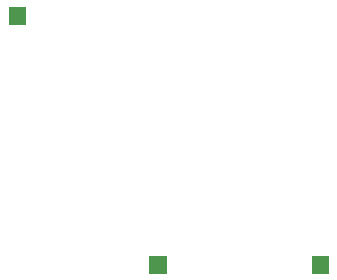
<source format=gbr>
G04 #@! TF.GenerationSoftware,KiCad,Pcbnew,(5.1.4)-1*
G04 #@! TF.CreationDate,2019-12-03T21:31:11+01:00*
G04 #@! TF.ProjectId,Top,546f702e-6b69-4636-9164-5f7063625858,rev?*
G04 #@! TF.SameCoordinates,Original*
G04 #@! TF.FileFunction,Soldermask,Top*
G04 #@! TF.FilePolarity,Negative*
%FSLAX46Y46*%
G04 Gerber Fmt 4.6, Leading zero omitted, Abs format (unit mm)*
G04 Created by KiCad (PCBNEW (5.1.4)-1) date 2019-12-03 21:31:11*
%MOMM*%
%LPD*%
G04 APERTURE LIST*
%ADD10C,0.100000*%
G04 APERTURE END LIST*
D10*
G36*
X132375000Y-104450000D02*
G01*
X130975000Y-104450000D01*
X130975000Y-103050000D01*
X132375000Y-103050000D01*
X132375000Y-104450000D01*
G37*
X132375000Y-104450000D02*
X130975000Y-104450000D01*
X130975000Y-103050000D01*
X132375000Y-103050000D01*
X132375000Y-104450000D01*
G36*
X144300000Y-125525000D02*
G01*
X142900000Y-125525000D01*
X142900000Y-124125000D01*
X144300000Y-124125000D01*
X144300000Y-125525000D01*
G37*
X144300000Y-125525000D02*
X142900000Y-125525000D01*
X142900000Y-124125000D01*
X144300000Y-124125000D01*
X144300000Y-125525000D01*
G36*
X158025000Y-125525000D02*
G01*
X156625000Y-125525000D01*
X156625000Y-124125000D01*
X158025000Y-124125000D01*
X158025000Y-125525000D01*
G37*
X158025000Y-125525000D02*
X156625000Y-125525000D01*
X156625000Y-124125000D01*
X158025000Y-124125000D01*
X158025000Y-125525000D01*
M02*

</source>
